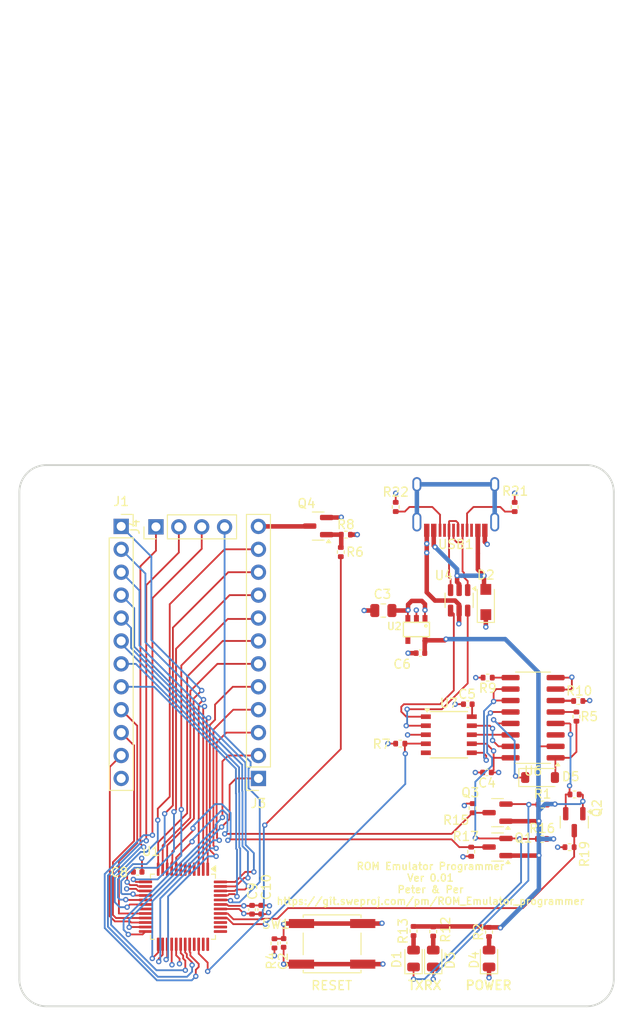
<source format=kicad_pcb>
(kicad_pcb
	(version 20240108)
	(generator "pcbnew")
	(generator_version "8.0")
	(general
		(thickness 1.6)
		(legacy_teardrops no)
	)
	(paper "A4")
	(title_block
		(title "ROM Emulator Programmer")
		(date "2024-10-03")
		(rev "0.01")
		(company "Peter & Per")
	)
	(layers
		(0 "F.Cu" signal)
		(1 "In1.Cu" signal)
		(2 "In2.Cu" signal)
		(31 "B.Cu" signal)
		(32 "B.Adhes" user "B.Adhesive")
		(33 "F.Adhes" user "F.Adhesive")
		(34 "B.Paste" user)
		(35 "F.Paste" user)
		(36 "B.SilkS" user "B.Silkscreen")
		(37 "F.SilkS" user "F.Silkscreen")
		(38 "B.Mask" user)
		(39 "F.Mask" user)
		(40 "Dwgs.User" user "User.Drawings")
		(41 "Cmts.User" user "User.Comments")
		(42 "Eco1.User" user "User.Eco1")
		(43 "Eco2.User" user "User.Eco2")
		(44 "Edge.Cuts" user)
		(45 "Margin" user)
		(46 "B.CrtYd" user "B.Courtyard")
		(47 "F.CrtYd" user "F.Courtyard")
		(48 "B.Fab" user)
		(49 "F.Fab" user)
		(50 "User.1" user)
		(51 "User.2" user)
		(52 "User.3" user)
		(53 "User.4" user)
		(54 "User.5" user)
		(55 "User.6" user)
		(56 "User.7" user)
		(57 "User.8" user)
		(58 "User.9" user)
	)
	(setup
		(stackup
			(layer "F.SilkS"
				(type "Top Silk Screen")
			)
			(layer "F.Paste"
				(type "Top Solder Paste")
			)
			(layer "F.Mask"
				(type "Top Solder Mask")
				(thickness 0.01)
			)
			(layer "F.Cu"
				(type "copper")
				(thickness 0.035)
			)
			(layer "dielectric 1"
				(type "prepreg")
				(thickness 0.1)
				(material "FR4")
				(epsilon_r 4.5)
				(loss_tangent 0.02)
			)
			(layer "In1.Cu"
				(type "copper")
				(thickness 0.035)
			)
			(layer "dielectric 2"
				(type "core")
				(thickness 1.24)
				(material "FR4")
				(epsilon_r 4.5)
				(loss_tangent 0.02)
			)
			(layer "In2.Cu"
				(type "copper")
				(thickness 0.035)
			)
			(layer "dielectric 3"
				(type "prepreg")
				(thickness 0.1)
				(material "FR4")
				(epsilon_r 4.5)
				(loss_tangent 0.02)
			)
			(layer "B.Cu"
				(type "copper")
				(thickness 0.035)
			)
			(layer "B.Mask"
				(type "Bottom Solder Mask")
				(thickness 0.01)
			)
			(layer "B.Paste"
				(type "Bottom Solder Paste")
			)
			(layer "B.SilkS"
				(type "Bottom Silk Screen")
			)
			(copper_finish "None")
			(dielectric_constraints no)
		)
		(pad_to_mask_clearance 0)
		(allow_soldermask_bridges_in_footprints no)
		(pcbplotparams
			(layerselection 0x00010fc_ffffffff)
			(plot_on_all_layers_selection 0x0000000_00000000)
			(disableapertmacros no)
			(usegerberextensions no)
			(usegerberattributes yes)
			(usegerberadvancedattributes yes)
			(creategerberjobfile yes)
			(dashed_line_dash_ratio 12.000000)
			(dashed_line_gap_ratio 3.000000)
			(svgprecision 4)
			(plotframeref no)
			(viasonmask no)
			(mode 1)
			(useauxorigin no)
			(hpglpennumber 1)
			(hpglpenspeed 20)
			(hpglpendiameter 15.000000)
			(pdf_front_fp_property_popups yes)
			(pdf_back_fp_property_popups yes)
			(dxfpolygonmode yes)
			(dxfimperialunits yes)
			(dxfusepcbnewfont yes)
			(psnegative no)
			(psa4output no)
			(plotreference yes)
			(plotvalue yes)
			(plotfptext yes)
			(plotinvisibletext no)
			(sketchpadsonfab no)
			(subtractmaskfromsilk no)
			(outputformat 1)
			(mirror no)
			(drillshape 1)
			(scaleselection 1)
			(outputdirectory "")
		)
	)
	(net 0 "")
	(net 1 "GND")
	(net 2 "/RESETN")
	(net 3 "+5V")
	(net 4 "+3V3")
	(net 5 "/RX0")
	(net 6 "/TX0")
	(net 7 "/TX_D11")
	(net 8 "/RX_D11")
	(net 9 "/UPDI")
	(net 10 "/D1")
	(net 11 "/A8")
	(net 12 "/A0")
	(net 13 "/D0")
	(net 14 "/A6")
	(net 15 "/D3")
	(net 16 "/A1")
	(net 17 "/A5")
	(net 18 "/A11")
	(net 19 "/A3")
	(net 20 "unconnected-(U1-PE03-Pad33)")
	(net 21 "/A10")
	(net 22 "/A7")
	(net 23 "/A9")
	(net 24 "unconnected-(U1-PC07-Pad19)")
	(net 25 "/D4")
	(net 26 "unconnected-(U1-PF05-Pad39)")
	(net 27 "/D2")
	(net 28 "/A2")
	(net 29 "Net-(J2-Pin_2)")
	(net 30 "/D6")
	(net 31 "/USB_N")
	(net 32 "Net-(USB1-CC1)")
	(net 33 "Net-(USB1-CC2)")
	(net 34 "/VUSB")
	(net 35 "Net-(USB1-DP1)")
	(net 36 "Net-(USB1-DN1)")
	(net 37 "unconnected-(USB1-SBU2-Pad3)")
	(net 38 "unconnected-(USB1-SHIELD-Pad13)")
	(net 39 "unconnected-(USB1-SBU1-Pad9)")
	(net 40 "/A12")
	(net 41 "/A13")
	(net 42 "/D5")
	(net 43 "/D7")
	(net 44 "/A-1")
	(net 45 "/~{OE}")
	(net 46 "unconnected-(U1-PF01-Pad35)")
	(net 47 "unconnected-(U1-PF04-Pad38)")
	(net 48 "/~{BYTE}")
	(net 49 "/~{WE}")
	(net 50 "unconnected-(U1-PF03-Pad37)")
	(net 51 "unconnected-(U1-PF02-Pad36)")
	(net 52 "Net-(D1-A)")
	(net 53 "Net-(D3-A)")
	(net 54 "Net-(D4-A)")
	(net 55 "/USB_P")
	(net 56 "/A4")
	(net 57 "Net-(Q4-G)")
	(net 58 "/~{VCC_EN}")
	(net 59 "/VCC_EN")
	(net 60 "unconnected-(USB1-SHIELD-Pad13)_1")
	(net 61 "unconnected-(USB1-SHIELD-Pad13)_2")
	(net 62 "unconnected-(USB1-SHIELD-Pad13)_3")
	(net 63 "unconnected-(U1-PB03-Pad7)")
	(net 64 "unconnected-(U1-PB00-Pad4)")
	(net 65 "unconnected-(U1-PB01-Pad5)")
	(net 66 "unconnected-(U1-PB02-Pad6)")
	(net 67 "Net-(U7-V3)")
	(net 68 "Net-(D5-K)")
	(net 69 "Net-(D5-A)")
	(net 70 "Net-(Q2-S)")
	(net 71 "Net-(U6-3Y0)")
	(net 72 "/~{DTR}")
	(net 73 "/~{RTS}")
	(net 74 "unconnected-(U7-~{CTS}-Pad5)")
	(net 75 "/TXD")
	(net 76 "/RXD")
	(net 77 "Net-(U6-~{ENABLE})")
	(net 78 "Net-(J2-Pin_3)")
	(footprint "Connector_PinSocket_2.54mm:PinSocket_1x12_P2.54mm_Vertical" (layer "F.Cu") (at 50.546 62.738 180))
	(footprint "Resistor_SMD:R_0402_1005Metric" (layer "F.Cu") (at 74.3204 66.037994 90))
	(footprint "Resistor_SMD:R_0402_1005Metric" (layer "F.Cu") (at 74.168 70.863994 -90))
	(footprint "MountingHole:MountingHole_3mm" (layer "F.Cu") (at 87 31))
	(footprint "Connector_PinSocket_2.54mm:PinSocket_1x12_P2.54mm_Vertical" (layer "F.Cu") (at 35.306 34.798))
	(footprint "Diode_SMD:Nexperia_CFP3_SOD-123W" (layer "F.Cu") (at 75.7936 43.182 90))
	(footprint "Package_TO_SOT_SMD:SOT-23" (layer "F.Cu") (at 77.0913 66.532794 180))
	(footprint "Package_TO_SOT_SMD:SOT-23" (layer "F.Cu") (at 57.1777 34.7624 180))
	(footprint "MountingHole:MountingHole_3mm" (layer "F.Cu") (at 27 85))
	(footprint "Resistor_SMD:R_0402_1005Metric" (layer "F.Cu") (at 52.324 81.024 -90))
	(footprint "ROM_Emulator_programmer:SW_Push_1P1T_NO_CK_K2-1102SP-C4SC-04" (layer "F.Cu") (at 58.7248 81.0768 180))
	(footprint "Resistor_SMD:R_0402_1005Metric" (layer "F.Cu") (at 65.786 32.642 -90))
	(footprint "Resistor_SMD:R_0402_1005Metric" (layer "F.Cu") (at 76.1492 79.76 90))
	(footprint "Resistor_SMD:R_0402_1005Metric" (layer "F.Cu") (at 82.042 69.443594))
	(footprint "Package_TO_SOT_SMD:SOT-23" (layer "F.Cu") (at 77.0913 70.342794 180))
	(footprint "Resistor_SMD:R_0402_1005Metric" (layer "F.Cu") (at 85.088 70.358 180))
	(footprint "Capacitor_SMD:C_0402_1005Metric" (layer "F.Cu") (at 49.8348 77.2948 -90))
	(footprint "Resistor_SMD:R_0402_1005Metric" (layer "F.Cu") (at 82.0928 65.633594))
	(footprint "LED_SMD:LED_0805_2012Metric" (layer "F.Cu") (at 76.1492 82.7044 90))
	(footprint "Resistor_SMD:R_0402_1005Metric" (layer "F.Cu") (at 66.292 58.8772))
	(footprint "Capacitor_SMD:C_0402_1005Metric" (layer "F.Cu") (at 73.7896 54.5084 180))
	(footprint "Package_TO_SOT_SMD:SOT-23" (layer "F.Cu") (at 85.6132 67.5871 -90))
	(footprint "Package_TO_SOT_SMD:SOT-23-6" (layer "F.Cu") (at 72.828 42.9945 -90))
	(footprint "Resistor_SMD:R_0402_1005Metric" (layer "F.Cu") (at 75.9948 51.562 180))
	(footprint "ROM_Emulator_programmer:HRO-TYPE-C-31-M-12" (layer "F.Cu") (at 72.458 27.532 180))
	(footprint "Resistor_SMD:R_0402_1005Metric" (layer "F.Cu") (at 85.6488 64.516))
	(footprint "LED_SMD:LED_0805_2012Metric" (layer "F.Cu") (at 69.9516 82.7044 90))
	(footprint "MountingHole:MountingHole_3mm" (layer "F.Cu") (at 27 31))
	(footprint "Connector_PinHeader_2.54mm:PinHeader_1x04_P2.54mm_Vertical" (layer "F.Cu") (at 39.1668 34.8488 90))
	(footprint "Package_QFP:TQFP-48_7x7mm_P0.5mm" (layer "F.Cu") (at 42.164 76.962 -90))
	(footprint "Diode_SMD:D_SOD-123" (layer "F.Cu") (at 81.8144 62.6364))
	(footprint "MountingHole:MountingHole_3mm" (layer "F.Cu") (at 87 85))
	(footprint "Package_SO:SOP-16_3.9x9.9mm_P1.27mm" (layer "F.Cu") (at 81.0402 56.007 180))
	(footprint "Capacitor_SMD:C_0402_1005Metric"
		(layer "F.Cu")
		(uuid "b16cc579-371c-4e73-b7eb-1bc7f5c5a28b")
		(at 50.8508 77.2896 -90)
		(descr "Capacitor SMD 0402 (1005 Metric), square (rectangular) end terminal, IPC_7351 nominal, (Body size source: IPC-SM-782 page 76, https://www.pcb-3d.com/wordpress/wp-content/uploads/ipc-sm-782a_amendment_1_and_2.pdf), generated with kicad-footprint-generator")
		(tags "capacitor")
		(property "Reference" "C9"
			(at -2.0548 0.9652 90)
			(layer "F.SilkS")
			(uuid "fd275708-021e-4652-9be3-7fc0663335b3")
			(effects
				(font
					(size 1 1)
					(thickness 0.15)
				)
			)
		)
		(property "Value" "4.7uF"
			(at 0 1.16 90)
			(layer "F.Fab")
			(uuid "45a0c85e-d84d-47a2-a486-0336ab6275b8")
			(effects
				(font
					(size 1 1)
					(thickness 0.15)
				)
			)
		)
		(property "Footprint" "Capacitor_SMD:C_0402_1005Metric"
			(at 0 0 -90)
			(unlocked yes)
			(layer "F.Fab")
			(hide yes)
			(uuid "baa8926f-1c36-4f3f-89de-878fe5322f83")
			(effects
				(font
					(size 1.27 1.27)
					(thickness 0.15)
				)
			)
		)
		(property "Datasheet" ""
			(at 0 0 -90)
			(unlocked yes)
			(layer "F.Fab")
			(hide yes)
			(uuid "1952b70e-d681-4aee-8c38-b87213e38f42")
			(effects
				(font
					(size 1.27 1.27)
					(thickness 0.15)
				)
			)
		)
		(property "Description" ""
			(at 0 0 -90)
			(unlocked yes)
			(layer "F.Fab")
			(hide yes)
			(uuid "7c0b942b-5a72-43c6-8821-91261f2da2a0")
			(effects
				(font
					(size 1.27 1.27)
					(thickness 0.15)
				)
			)
		)
		(property "VOLTAGE" ""
			(at 0 0 -90)
			(unlocked yes)
			(layer "F.Fab")
			(hide yes)
			(uuid "c39035a5-e453-4409-9aff-876bdf50bd91")
			(effects
				(font
					(size 1 1)
					(thickness 0.15)
				)
			)
		)
		(property "LCSC" "C23733"
			(at 0 0 -90)
			(unlocked yes)
			(layer "F.Fab")
			(hide yes)
			(uuid "51b5fa77-c846-4483-824d-2ea58a87453c")
			(effects
				(font
					(size 1 1)
					(thickness 0.15)
				)
			)
		)
		(path "/8738b7a7-e3de-4de7-aecc-79795c3231b8")
		(sheetname "Root")
		(sheetfile "ROM_Emulator_programmer.kicad_sch")
		(attr smd)
		(fp_line
			(start -0.107836 0.36)
			(end 0.107836 0.36)
			(stroke
				(width 0.12)
				(type solid)
			)
			(layer "F.SilkS")
			(uuid "6570431e-d4e2-4b6b-bb39-88c331beb779")
		)
		(fp_line
			(start -0.107836 -0.36)
			(end 0.107836 -0.36)
			(stroke
				(width 0.12)
				(type solid)
			)
			(layer "F.SilkS")
			(uuid "00ace6e6-2c5d-41a3-95f3-800ec7a5fba9")
		)
		(fp_line
			(start -0.91 0.46)
			(end -0.91 -0.46)
			(stroke
				(width 0.05)
				(type solid)
			)
			(layer "F.CrtYd")
			(uuid "9fb4adba-ef9c-413c-b323-a4ac70d565cf")
		)
		(fp_line
			(start 0.91 0.46)
			(end -0.91 0.46)
			(stroke
				(width 0.05)
				(type solid)
			)
			(layer "F.CrtYd")
			(uuid "ce0cd14b-3c75-4ea0-90af-14376ed86298")
		)
		(fp_line
			(start -0.91 -0.46)
			(end 0.91 -0.46)
			(stroke
				(width 0.05)
				(type solid)
			)
			(layer "F.CrtYd")
			(uuid "b965dacc-8f90-4b03-bfc6-fafdb85d4c17")
		)
		(fp_line
			(start 0.91 -0.46)
			(end 0.91 0.46)
			(stroke
				(width 0.05)
				(type solid)
			)
			(layer "F.CrtYd")
			(uuid "1695
... [470704 chars truncated]
</source>
